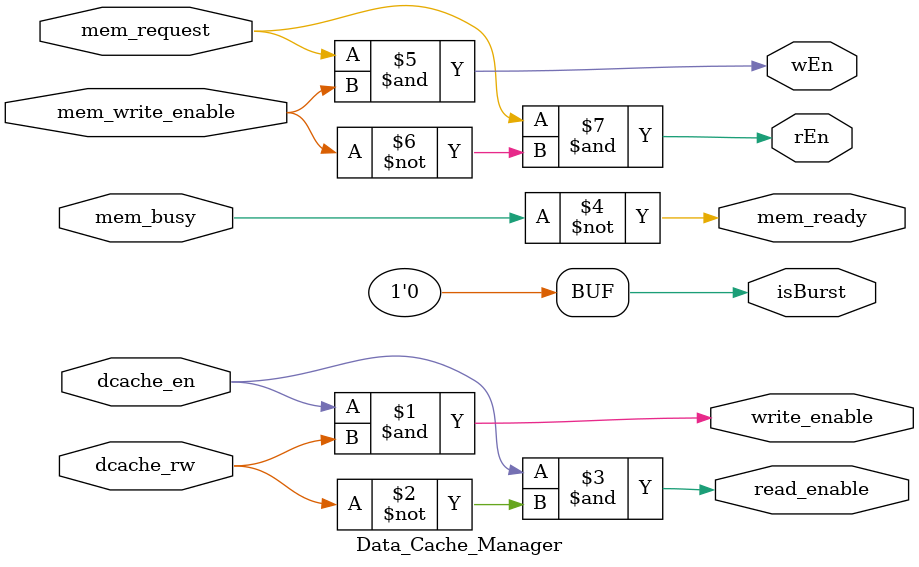
<source format=sv>
module Data_Cache_Manager #(
    WordSize = 32
) (
    input dcache_en,
    input dcache_rw,
    input mem_request,
    input mem_write_enable,
    input mem_busy,
    output logic write_enable,
    output logic read_enable,
    output logic mem_ready,
    output logic wEn,
    output logic rEn,
    output logic isBurst
);

assign write_enable = dcache_en & dcache_rw;
assign read_enable = dcache_en & ~dcache_rw;
assign isBurst = 0;
assign mem_ready = ~mem_busy;
assign wEn = mem_request & mem_write_enable;
assign rEn = mem_request & ~mem_write_enable;

endmodule
</source>
